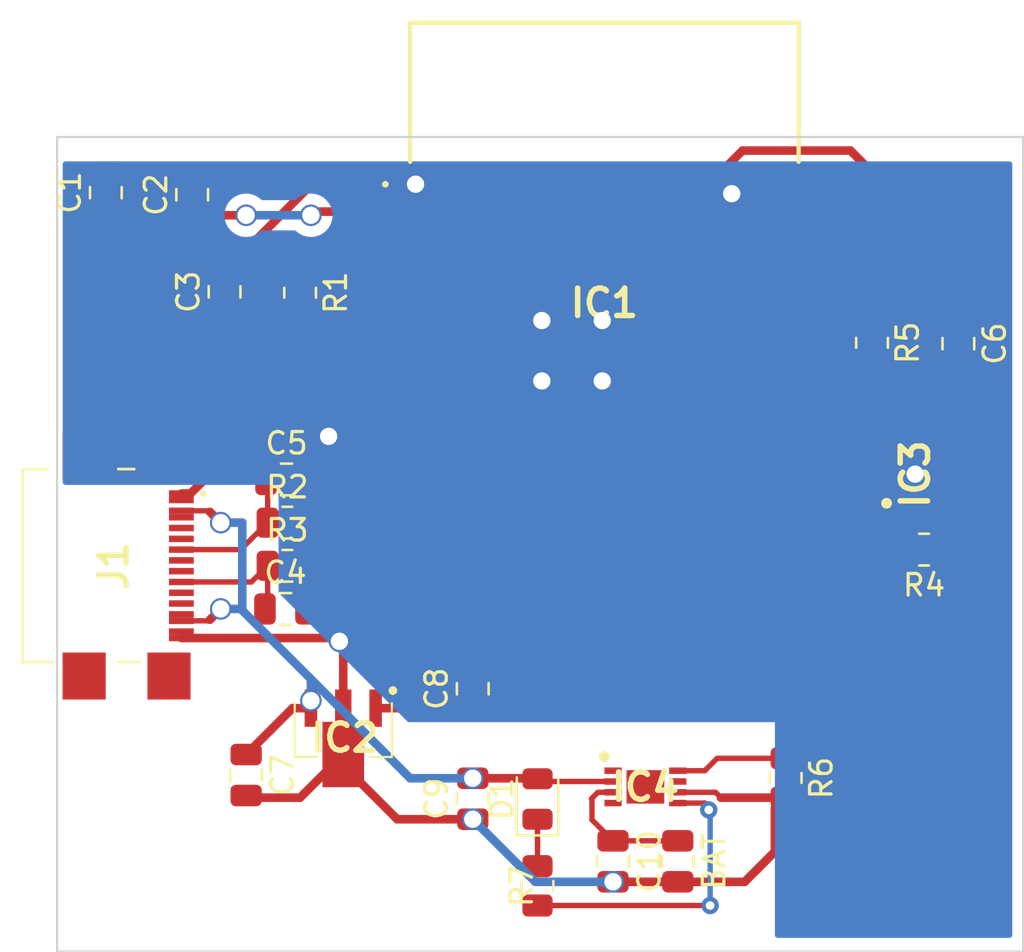
<source format=kicad_pcb>
(kicad_pcb (version 20221018) (generator pcbnew)
  (layers (0 "F.Cu" signal) (31 "B.Cu" signal) (34 "B.Paste" user) (35 "F.Paste" user) (36 "B.SilkS" user "B.Silkscreen") (37 "F.SilkS" user "F.Silkscreen") (38 "B.Mask" user) (39 "F.Mask" user) (44 "Edge.Cuts" user))
  (net 0 "")
  (net 1 "+3.3V")
  (net 2 "GND")
  (net 3 "EN")
  (net 4 "Net-(C4-Pad1)")
  (net 5 "Net-(C5-Pad1)")
  (net 6 "+5V")
  (net 7 "Net-(IC4-VBAT_1)")
  (net 8 "Net-(D1-K)")
  (net 18 "Net-(IC1-IO19)")
  (net 19 "Net-(IC1-IO20)")
  (net 34 "I2C{slash}SCL")
  (net 35 "I2C{slash}SDA")
  (net 48 "Net-(IC4-STAT)")
  (net 50 "Net-(IC4-PROG)")
  (footprint "Capacitor_SMD:C_0805_2012Metric" (layer "F.Cu") (at 19 15.55 90)
    (fp_text reference "C2" (at 0 -1.68 90) (layer "F.SilkS"))
    (fp_text value "0.1uF")
    (fp_line (start -0.261252 -0.735) (end 0.261252 -0.735) (stroke (width 0.12)) (layer "F.SilkS"))
    (fp_line (start -0.261252 0.735) (end 0.261252 0.735) (stroke (width 0.12)) (layer "F.SilkS"))
    (pad "1" smd roundrect (at -0.95 0 90) (size 1 1.45) (layers "F.Cu" "F.Paste" "F.Mask") (net 1 "+3.3V"))
    (pad "2" smd roundrect (at 0.95 0 90) (size 1 1.45) (layers "F.Cu" "F.Paste" "F.Mask") (net 2 "GND"))
  )
  (footprint "Resistor_SMD:R_0805_2012Metric" (layer "F.Cu") (at 35 47.5875 90)
    (fp_text reference "R7" (at 0 -0.735 90) (layer "F.SilkS"))
    (fp_text value "470")
    (fp_line (start -0.227064 -0.735) (end 0.227064 -0.735) (stroke (width 0.12)) (layer "F.SilkS"))
    (fp_line (start -0.227064 0.735) (end 0.227064 0.735) (stroke (width 0.12)) (layer "F.SilkS"))
    (pad "1" smd roundrect (at -0.9125 0 90) (size 1.025 1.4) (layers "F.Cu" "F.Paste" "F.Mask") (roundrect_rratio 0.243902) (net 48 "Net-(IC4-STAT)"))
    (pad "2" smd roundrect (at 0.9125 0 90) (size 1.025 1.4) (layers "F.Cu" "F.Paste" "F.Mask") (roundrect_rratio 0.243902) (net 8 "Net-(D1-K)"))
  )
  (footprint "Resistor_SMD:R_0805_2012Metric" (layer "F.Cu") (at 46.5 42.5875 -90)
    (fp_text reference "R6" (at 0 -1.65 90) (layer "F.SilkS"))
    (fp_text value "4k")
    (fp_line (start -0.227064 -0.735) (end 0.227064 -0.735) (stroke (width 0.12)) (layer "F.SilkS"))
    (fp_line (start -0.227064 0.735) (end 0.227064 0.735) (stroke (width 0.12)) (layer "F.SilkS"))
    (pad "1" smd roundrect (at -0.9125 0 270) (size 1.025 1.4) (layers "F.Cu" "F.Paste" "F.Mask") (roundrect_rratio 0.243902) (net 50 "Net-(IC4-PROG)"))
    (pad "2" smd roundrect (at 0.9125 0 270) (size 1.025 1.4) (layers "F.Cu" "F.Paste" "F.Mask") (roundrect_rratio 0.243902) (net 2 "GND"))
  )
  (footprint "Capacitor_SMD:C_0805_2012Metric" (layer "F.Cu") (at 32 38.45 90)
    (fp_text reference "C8" (at 0 -1.68 90) (layer "F.SilkS"))
    (fp_text value "1uF")
    (fp_line (start -0.261252 -0.735) (end 0.261252 -0.735) (stroke (width 0.12)) (layer "F.SilkS"))
    (fp_line (start -0.261252 0.735) (end 0.261252 0.735) (stroke (width 0.12)) (layer "F.SilkS"))
    (pad "1" smd roundrect (at -0.95 0 90) (size 1 1.45) (layers "F.Cu" "F.Paste" "F.Mask") (net 1 "+3.3V"))
    (pad "2" smd roundrect (at 0.95 0 90) (size 1 1.45) (layers "F.Cu" "F.Paste" "F.Mask") (net 2 "GND"))
  )
  (footprint "Resistor_SMD:R_0805_2012Metric" (layer "F.Cu") (at 52.9125 32 180)
    (fp_text reference "R4" (at 0 -1.65) (layer "F.SilkS"))
    (fp_text value "5k")
    (fp_line (start -0.227064 -0.735) (end 0.227064 -0.735) (stroke (width 0.12)) (layer "F.SilkS"))
    (fp_line (start -0.227064 0.735) (end 0.227064 0.735) (stroke (width 0.12)) (layer "F.SilkS"))
    (pad "1" smd roundrect (at -0.9125 0 180) (size 1.025 1.4) (layers "F.Cu" "F.Paste" "F.Mask") (roundrect_rratio 0.243902) (net 1 "+3.3V"))
    (pad "2" smd roundrect (at 0.9125 0 180) (size 1.025 1.4) (layers "F.Cu" "F.Paste" "F.Mask") (roundrect_rratio 0.243902) (net 34 "I2C{slash}SCL"))
  )
  (footprint "Capacitor_SMD:C_0805_2012Metric" (layer "F.Cu") (at 38.5 46.45 -90)
    (fp_text reference "C10" (at 0 -1.68 90) (layer "F.SilkS"))
    (fp_text value "4.7uF")
    (fp_line (start -0.261252 -0.735) (end 0.261252 -0.735) (stroke (width 0.12)) (layer "F.SilkS"))
    (fp_line (start -0.261252 0.735) (end 0.261252 0.735) (stroke (width 0.12)) (layer "F.SilkS"))
    (pad "1" smd roundrect (at -0.95 0 270) (size 1 1.45) (layers "F.Cu" "F.Paste" "F.Mask") (net 7 "Net-(IC4-VBAT_1)"))
    (pad "2" smd roundrect (at 0.95 0 270) (size 1 1.45) (layers "F.Cu" "F.Paste" "F.Mask") (net 2 "GND"))
  )
  (footprint "LED_SMD:LED_0805_2012Metric" (layer "F.Cu") (at 35 43.5625 90)
    (fp_text reference "D1" (at 0 -1.65 90) (layer "F.SilkS"))
    (fp_text value "LED")
    (fp_line (start -1.685 -0.96) (end -1.685 0.96) (stroke (width 0.12)) (layer "F.SilkS"))
    (fp_line (start -1.685 0.96) (end 1 0.96) (stroke (width 0.12)) (layer "F.SilkS"))
    (fp_line (start 1 -0.96) (end -1.685 -0.96) (stroke (width 0.12)) (layer "F.SilkS"))
    (pad "1" smd roundrect (at -0.9375 0 90) (size 0.975 1.4) (layers "F.Cu" "F.Paste" "F.Mask") (net 8 "Net-(D1-K)"))
    (pad "2" smd roundrect (at 0.9375 0 90) (size 0.975 1.4) (layers "F.Cu" "F.Paste" "F.Mask") (net 6 "+5V"))
  )
  (footprint "Lib_empreinte:ESP32S3WROOM1N8R8" (layer "F.Cu") (at 38.1 20.32)
    (fp_text reference "IC1" (at 0 0.25) (layer "F.SilkS") (effects (font (size 1.27 1.27) (thickness 0.254))))
    (fp_text value "ESP32-S3-WROOM-1-N8R8" hide)
    (fp_line (start -10.2 -5.26) (end -10.2 -5.26) (stroke (width 0.2)) (layer "F.SilkS"))
    (fp_line (start -10.2 -5.26) (end -10.2 -5.26) (stroke (width 0.2)) (layer "F.SilkS"))
    (fp_line (start -10.1 -5.26) (end -10.1 -5.26) (stroke (width 0.2)) (layer "F.SilkS"))
    (fp_line (start -9 -12.75) (end 9 -12.75) (stroke (width 0.2)) (layer "F.SilkS"))
    (fp_line (start -9 -6.3) (end -9 -12.75) (stroke (width 0.2)) (layer "F.SilkS"))
    (fp_line (start 9 -12.75) (end 9 -6.3) (stroke (width 0.2)) (layer "F.SilkS"))
    (fp_arc (start -10.2 -5.26) (mid -10.15 -5.31) (end -10.1 -5.26) (stroke (width 0.2)) (layer "F.SilkS"))
    (fp_arc (start -10.1 -5.26) (mid -10.15 -5.21) (end -10.2 -5.26) (stroke (width 0.2)) (layer "F.SilkS"))
    (fp_arc (start -10.1 -5.26) (mid -10.15 -5.21) (end -10.2 -5.26) (stroke (width 0.2)) (layer "F.SilkS"))
    (pad "1" smd rect (at -8.75 -5.26 90) (size 0.9 1.5) (layers "F.Cu" "F.Paste" "F.Mask") (net 2 "GND"))
    (pad "2" smd rect (at -8.75 -3.99 90) (size 0.9 1.5) (layers "F.Cu" "F.Paste" "F.Mask") (net 1 "+3.3V"))
    (pad "3" smd rect (at -8.75 -2.72 90) (size 0.9 1.5) (layers "F.Cu" "F.Paste" "F.Mask") (net 3 "EN"))
    (pad "4" smd rect (at -8.75 -1.45 90) (size 0.9 1.5) (layers "F.Cu" "F.Paste" "F.Mask"))
    (pad "5" smd rect (at -8.75 -0.18 90) (size 0.9 1.5) (layers "F.Cu" "F.Paste" "F.Mask"))
    (pad "6" smd rect (at -8.75 1.09 90) (size 0.9 1.5) (layers "F.Cu" "F.Paste" "F.Mask"))
    (pad "7" smd rect (at -8.75 2.36 90) (size 0.9 1.5) (layers "F.Cu" "F.Paste" "F.Mask"))
    (pad "8" smd rect (at -8.75 3.63 90) (size 0.9 1.5) (layers "F.Cu" "F.Paste" "F.Mask"))
    (pad "9" smd rect (at -8.75 4.9 90) (size 0.9 1.5) (layers "F.Cu" "F.Paste" "F.Mask"))
    (pad "10" smd rect (at -8.75 6.17 90) (size 0.9 1.5) (layers "F.Cu" "F.Paste" "F.Mask"))
    (pad "11" smd rect (at -8.75 7.44 90) (size 0.9 1.5) (layers "F.Cu" "F.Paste" "F.Mask"))
    (pad "12" smd rect (at -8.75 8.71 90) (size 0.9 1.5) (layers "F.Cu" "F.Paste" "F.Mask"))
    (pad "13" smd rect (at -8.75 9.98 90) (size 0.9 1.5) (layers "F.Cu" "F.Paste" "F.Mask") (net 18 "Net-(IC1-IO19)"))
    (pad "14" smd rect (at -8.75 11.25 90) (size 0.9 1.5) (layers "F.Cu" "F.Paste" "F.Mask") (net 19 "Net-(IC1-IO20)"))
    (pad "15" smd rect (at -6.985 12.5) (size 0.9 1.5) (layers "F.Cu" "F.Paste" "F.Mask"))
    (pad "16" smd rect (at -5.715 12.5) (size 0.9 1.5) (layers "F.Cu" "F.Paste" "F.Mask"))
    (pad "17" smd rect (at -4.445 12.5) (size 0.9 1.5) (layers "F.Cu" "F.Paste" "F.Mask"))
    (pad "18" smd rect (at -3.175 12.5) (size 0.9 1.5) (layers "F.Cu" "F.Paste" "F.Mask"))
    (pad "19" smd rect (at -1.905 12.5) (size 0.9 1.5) (layers "F.Cu" "F.Paste" "F.Mask"))
    (pad "20" smd rect (at -0.635 12.5) (size 0.9 1.5) (layers "F.Cu" "F.Paste" "F.Mask"))
    (pad "21" smd rect (at 0.635 12.5) (size 0.9 1.5) (layers "F.Cu" "F.Paste" "F.Mask"))
    (pad "22" smd rect (at 1.905 12.5) (size 0.9 1.5) (layers "F.Cu" "F.Paste" "F.Mask"))
    (pad "23" smd rect (at 3.175 12.5) (size 0.9 1.5) (layers "F.Cu" "F.Paste" "F.Mask"))
    (pad "24" smd rect (at 4.445 12.5) (size 0.9 1.5) (layers "F.Cu" "F.Paste" "F.Mask"))
    (pad "25" smd rect (at 5.715 12.5) (size 0.9 1.5) (layers "F.Cu" "F.Paste" "F.Mask"))
    (pad "26" smd rect (at 6.985 12.5) (size 0.9 1.5) (layers "F.Cu" "F.Paste" "F.Mask"))
    (pad "27" smd rect (at 8.75 11.25 90) (size 0.9 1.5) (layers "F.Cu" "F.Paste" "F.Mask"))
    (pad "28" smd rect (at 8.75 9.98 90) (size 0.9 1.5) (layers "F.Cu" "F.Paste" "F.Mask"))
    (pad "29" smd rect (at 8.75 8.71 90) (size 0.9 1.5) (layers "F.Cu" "F.Paste" "F.Mask") (net 34 "I2C{slash}SCL"))
    (pad "30" smd rect (at 8.75 7.44 90) (size 0.9 1.5) (layers "F.Cu" "F.Paste" "F.Mask") (net 35 "I2C{slash}SDA"))
    (pad "31" smd rect (at 8.75 6.17 90) (size 0.9 1.5) (layers "F.Cu" "F.Paste" "F.Mask"))
    (pad "32" smd rect (at 8.75 4.9 90) (size 0.9 1.5) (layers "F.Cu" "F.Paste" "F.Mask"))
    (pad "33" smd rect (at 8.75 3.63 90) (size 0.9 1.5) (layers "F.Cu" "F.Paste" "F.Mask"))
    (pad "34" smd rect (at 8.75 2.36 90) (size 0.9 1.5) (layers "F.Cu" "F.Paste" "F.Mask"))
    (pad "35" smd rect (at 8.75 1.09 90) (size 0.9 1.5) (layers "F.Cu" "F.Paste" "F.Mask"))
    (pad "36" smd rect (at 8.75 -0.18 90) (size 0.9 1.5) (layers "F.Cu" "F.Paste" "F.Mask"))
    (pad "37" smd rect (at 8.75 -1.45 90) (size 0.9 1.5) (layers "F.Cu" "F.Paste" "F.Mask"))
    (pad "38" smd rect (at 8.75 -2.72 90) (size 0.9 1.5) (layers "F.Cu" "F.Paste" "F.Mask"))
    (pad "39" smd rect (at 8.75 -3.99 90) (size 0.9 1.5) (layers "F.Cu" "F.Paste" "F.Mask"))
    (pad "40" smd rect (at 8.75 -5.26 90) (size 0.9 1.5) (layers "F.Cu" "F.Paste" "F.Mask") (net 2 "GND"))
    (pad "41" smd rect (at -1.5 2.46) (size 0.9 0.9) (layers "F.Cu" "F.Paste" "F.Mask") (net 2 "GND"))
    (pad "42" smd rect (at -1.5 1.06) (size 0.9 0.9) (layers "F.Cu" "F.Paste" "F.Mask") (net 2 "GND"))
    (pad "43" smd rect (at -2.9 1.06) (size 0.9 0.9) (layers "F.Cu" "F.Paste" "F.Mask") (net 2 "GND"))
    (pad "44" smd rect (at -2.9 2.46) (size 0.9 0.9) (layers "F.Cu" "F.Paste" "F.Mask") (net 2 "GND"))
    (pad "45" smd rect (at -2.9 3.86) (size 0.9 0.9) (layers "F.Cu" "F.Paste" "F.Mask") (net 2 "GND"))
    (pad "46" smd rect (at -1.5 3.86) (size 0.9 0.9) (layers "F.Cu" "F.Paste" "F.Mask") (net 2 "GND"))
    (pad "47" smd rect (at -0.1 3.86) (size 0.9 0.9) (layers "F.Cu" "F.Paste" "F.Mask") (net 2 "GND"))
    (pad "48" smd rect (at -0.1 2.46) (size 0.9 0.9) (layers "F.Cu" "F.Paste" "F.Mask") (net 2 "GND"))
    (pad "49" smd rect (at -0.1 1.06) (size 0.9 0.9) (layers "F.Cu" "F.Paste" "F.Mask") (net 2 "GND"))
  )
  (footprint "Resistor_SMD:R_0805_2012Metric" (layer "F.Cu") (at 50.5 22.4125 -90)
    (fp_text reference "R5" (at 0 -1.65 90) (layer "F.SilkS"))
    (fp_text value "5k")
    (fp_line (start -0.227064 -0.735) (end 0.227064 -0.735) (stroke (width 0.12)) (layer "F.SilkS"))
    (fp_line (start -0.227064 0.735) (end 0.227064 0.735) (stroke (width 0.12)) (layer "F.SilkS"))
    (pad "1" smd roundrect (at -0.9125 0 270) (size 1.025 1.4) (layers "F.Cu" "F.Paste" "F.Mask") (roundrect_rratio 0.243902) (net 1 "+3.3V"))
    (pad "2" smd roundrect (at 0.9125 0 270) (size 1.025 1.4) (layers "F.Cu" "F.Paste" "F.Mask") (roundrect_rratio 0.243902) (net 35 "I2C{slash}SDA"))
  )
  (footprint "Capacitor_SMD:C_0805_2012Metric" (layer "F.Cu") (at 23.322 34.75)
    (fp_text reference "C4" (at 0 -1.68) (layer "F.SilkS"))
    (fp_text value "1uF")
    (fp_line (start -0.261252 -0.735) (end 0.261252 -0.735) (stroke (width 0.12)) (layer "F.SilkS"))
    (fp_line (start -0.261252 0.735) (end 0.261252 0.735) (stroke (width 0.12)) (layer "F.SilkS"))
    (pad "1" smd roundrect (at -0.95 0) (size 1 1.45) (layers "F.Cu" "F.Paste" "F.Mask") (net 4 "Net-(C4-Pad1)"))
    (pad "2" smd roundrect (at 0.95 0) (size 1 1.45) (layers "F.Cu" "F.Paste" "F.Mask") (net 2 "GND"))
  )
  (footprint "Capacitor_SMD:C_0805_2012Metric" (layer "F.Cu") (at 32 43.55 90)
    (fp_text reference "C9" (at 0 -1.68 90) (layer "F.SilkS"))
    (fp_text value "C")
    (fp_line (start -0.261252 -0.735) (end 0.261252 -0.735) (stroke (width 0.12)) (layer "F.SilkS"))
    (fp_line (start -0.261252 0.735) (end 0.261252 0.735) (stroke (width 0.12)) (layer "F.SilkS"))
    (pad "1" smd roundrect (at -0.95 0 90) (size 1 1.45) (layers "F.Cu" "F.Paste" "F.Mask") (net 2 "GND"))
    (pad "2" smd roundrect (at 0.95 0 90) (size 1 1.45) (layers "F.Cu" "F.Paste" "F.Mask") (net 6 "+5V"))
  )
  (footprint "Capacitor_SMD:C_0805_2012Metric" (layer "F.Cu") (at 54.5 22.45 -90)
    (fp_text reference "C6" (at 0 -1.68 90) (layer "F.SilkS"))
    (fp_text value "0.1uF")
    (fp_line (start -0.261252 -0.735) (end 0.261252 -0.735) (stroke (width 0.12)) (layer "F.SilkS"))
    (fp_line (start -0.261252 0.735) (end 0.261252 0.735) (stroke (width 0.12)) (layer "F.SilkS"))
    (pad "1" smd roundrect (at -0.95 0 270) (size 1 1.45) (layers "F.Cu" "F.Paste" "F.Mask") (net 1 "+3.3V"))
    (pad "2" smd roundrect (at 0.95 0 270) (size 1 1.45) (layers "F.Cu" "F.Paste" "F.Mask") (net 2 "GND"))
  )
  (footprint "Capacitor_SMD:C_0805_2012Metric" (layer "F.Cu") (at 21.5 42.45 -90)
    (fp_text reference "C7" (at 0 -1.68 90) (layer "F.SilkS"))
    (fp_text value "1uF")
    (fp_line (start -0.261252 -0.735) (end 0.261252 -0.735) (stroke (width 0.12)) (layer "F.SilkS"))
    (fp_line (start -0.261252 0.735) (end 0.261252 0.735) (stroke (width 0.12)) (layer "F.SilkS"))
    (pad "1" smd roundrect (at -0.95 0 270) (size 1 1.45) (layers "F.Cu" "F.Paste" "F.Mask") (net 6 "+5V"))
    (pad "2" smd roundrect (at 0.95 0 270) (size 1 1.45) (layers "F.Cu" "F.Paste" "F.Mask") (net 2 "GND"))
  )
  (footprint "Lib_empreinte:SON50P300X200X100-9N-D" (layer "F.Cu") (at 40 43)
    (fp_text reference "IC4" (at 0 0) (layer "F.SilkS") (effects (font (size 1.27 1.27) (thickness 0.254))))
    (fp_text value "MCP73831T-2DCI_MC" hide)
    (fp_circle (center -1.9 -1.4) (end -1.9 -1.275) (stroke (width 0.25)) (fill none) (layer "F.SilkS"))
    (pad "1" smd rect (at -1.5 -0.75 90) (size 0.3 0.8) (layers "F.Cu" "F.Paste" "F.Mask"))
    (pad "2" smd rect (at -1.5 -0.25 90) (size 0.3 0.8) (layers "F.Cu" "F.Paste" "F.Mask") (net 6 "+5V"))
    (pad "3" smd rect (at -1.5 0.25 90) (size 0.3 0.8) (layers "F.Cu" "F.Paste" "F.Mask") (net 7 "Net-(IC4-VBAT_1)"))
    (pad "4" smd rect (at -1.5 0.75 90) (size 0.3 0.8) (layers "F.Cu" "F.Paste" "F.Mask"))
    (pad "5" smd rect (at 1.5 0.75 90) (size 0.3 0.8) (layers "F.Cu" "F.Paste" "F.Mask") (net 48 "Net-(IC4-STAT)"))
    (pad "6" smd rect (at 1.5 0.25 90) (size 0.3 0.8) (layers "F.Cu" "F.Paste" "F.Mask") (net 2 "GND"))
    (pad "7" smd rect (at 1.5 -0.25 90) (size 0.3 0.8) (layers "F.Cu" "F.Paste" "F.Mask"))
    (pad "8" smd rect (at 1.5 -0.75 90) (size 0.3 0.8) (layers "F.Cu" "F.Paste" "F.Mask") (net 50 "Net-(IC4-PROG)"))
    (pad "9" smd rect (at 0 0 90) (size 1.55 1.75) (layers "F.Cu" "F.Paste" "F.Mask"))
  )
  (footprint "Resistor_SMD:R_0805_2012Metric" (layer "F.Cu") (at 24 20.0875 -90)
    (fp_text reference "R1" (at 0 -1.65 90) (layer "F.SilkS"))
    (fp_text value "10k")
    (fp_line (start -0.227064 -0.735) (end 0.227064 -0.735) (stroke (width 0.12)) (layer "F.SilkS"))
    (fp_line (start -0.227064 0.735) (end 0.227064 0.735) (stroke (width 0.12)) (layer "F.SilkS"))
    (pad "1" smd roundrect (at -0.9125 0 270) (size 1.025 1.4) (layers "F.Cu" "F.Paste" "F.Mask") (roundrect_rratio 0.243902) (net 1 "+3.3V"))
    (pad "2" smd roundrect (at 0.9125 0 270) (size 1.025 1.4) (layers "F.Cu" "F.Paste" "F.Mask") (roundrect_rratio 0.243902) (net 3 "EN"))
  )
  (footprint "Lib_empreinte:AP736539YG13" (layer "F.Cu") (at 26 39.235 180)
    (fp_text reference "IC2" (at -0.075 -1.49) (layer "F.SilkS") (effects (font (size 1.27 1.27) (thickness 0.254))))
    (fp_text value "AP7365-39YG-13" hide)
    (fp_line (start -2.3 0.6) (end -2.3 0.6) (stroke (width 0.2)) (layer "F.SilkS"))
    (fp_line (start -2.3 0.8) (end -2.3 0.8) (stroke (width 0.2)) (layer "F.SilkS"))
    (fp_line (start -2.25 -2.38) (end -2.25 0.12) (stroke (width 0.1)) (layer "F.SilkS"))
    (fp_line (start -1.2 -2.38) (end -2.25 -2.38) (stroke (width 0.1)) (layer "F.SilkS"))
    (fp_line (start 1.2 -2.38) (end 2.25 -2.38) (stroke (width 0.1)) (layer "F.SilkS"))
    (fp_line (start 2.25 -2.38) (end 2.25 0.12) (stroke (width 0.1)) (layer "F.SilkS"))
    (fp_arc (start -2.3 0.6) (mid -2.2 0.7) (end -2.3 0.8) (stroke (width 0.2)) (layer "F.SilkS"))
    (fp_arc (start -2.3 0.8) (mid -2.4 0.7) (end -2.3 0.6) (stroke (width 0.2)) (layer "F.SilkS"))
    (pad "1" smd rect (at -1.5 -0.115 180) (size 0.58 1.73) (layers "F.Cu" "F.Paste" "F.Mask") (net 1 "+3.3V"))
    (pad "2" smd rect (at 0 0 180) (size 0.76 1.5) (layers "F.Cu" "F.Paste" "F.Mask") (net 2 "GND"))
    (pad "3" smd rect (at 1.5 -0.115 180) (size 0.58 1.73) (layers "F.Cu" "F.Paste" "F.Mask") (net 6 "+5V"))
    (pad "4" smd rect (at 0 -2.265 180) (size 1.933 3.03) (layers "F.Cu" "F.Paste" "F.Mask") (net 2 "GND"))
  )
  (footprint "Lib_empreinte:USB4110GFA" (layer "F.Cu") (at 14.822 32.75 -90)
    (fp_text reference "J1" (at 0 -0.536 90) (layer "F.SilkS") (effects (font (size 1.27 1.27) (thickness 0.254))))
    (fp_text value "USB4110-GF-A" hide)
    (fp_line (start -4.5 -1.5) (end -4.5 -0.75) (stroke (width 0.1)) (layer "F.SilkS"))
    (fp_line (start -4.5 -0.75) (end -4.47 -0.75) (stroke (width 0.1)) (layer "F.SilkS"))
    (fp_line (start -4.47 -1.5) (end -4.5 -1.5) (stroke (width 0.1)) (layer "F.SilkS"))
    (fp_line (start -4.47 -0.75) (end -4.47 -1.5) (stroke (width 0.1)) (layer "F.SilkS"))
    (fp_line (start -4.47 2.5) (end -4.47 2.5) (stroke (width 0.1)) (layer "F.SilkS"))
    (fp_line (start -4.47 2.5) (end -4.47 3.677) (stroke (width 0.1)) (layer "F.SilkS"))
    (fp_line (start -4.47 3.677) (end -4.47 2.5) (stroke (width 0.1)) (layer "F.SilkS"))
    (fp_line (start -4.47 3.677) (end -4.47 3.677) (stroke (width 0.1)) (layer "F.SilkS"))
    (fp_line (start -4.47 3.677) (end -4.47 3.677) (stroke (width 0.1)) (layer "F.SilkS"))
    (fp_line (start -4.47 3.677) (end 4.47 3.677) (stroke (width 0.1)) (layer "F.SilkS"))
    (fp_line (start -3.4 -4.7) (end -3.4 -4.7) (stroke (width 0.2)) (layer "F.SilkS"))
    (fp_line (start -3.4 -4.7) (end -3.4 -4.7) (stroke (width 0.2)) (layer "F.SilkS"))
    (fp_line (start -3.3 -4.7) (end -3.3 -4.7) (stroke (width 0.2)) (layer "F.SilkS"))
    (fp_line (start 4.47 -1.75) (end 4.47 -1.75) (stroke (width 0.1)) (layer "F.SilkS"))
    (fp_line (start 4.47 -1.75) (end 4.47 -0.75) (stroke (width 0.1)) (layer "F.SilkS"))
    (fp_line (start 4.47 -0.75) (end 4.47 -1.75) (stroke (width 0.1)) (layer "F.SilkS"))
    (fp_line (start 4.47 -0.75) (end 4.47 -0.75) (stroke (width 0.1)) (layer "F.SilkS"))
    (fp_line (start 4.47 2.25) (end 4.47 2.25) (stroke (width 0.1)) (layer "F.SilkS"))
    (fp_line (start 4.47 2.25) (end 4.47 3.677) (stroke (width 0.1)) (layer "F.SilkS"))
    (fp_line (start 4.47 3.677) (end -4.47 3.677) (stroke (width 0.1)) (layer "F.SilkS"))
    (fp_line (start 4.47 3.677) (end 4.47 2.25) (stroke (width 0.1)) (layer "F.SilkS"))
    (fp_line (start 4.47 3.677) (end 4.47 3.677) (stroke (width 0.1)) (layer "F.SilkS"))
    (fp_line (start 4.47 3.677) (end 4.47 3.677) (stroke (width 0.1)) (layer "F.SilkS"))
    (fp_arc (start -3.4 -4.7) (mid -3.35 -4.75) (end -3.3 -4.7) (stroke (width 0.2)) (layer "F.SilkS"))
    (fp_arc (start -3.3 -4.7) (mid -3.35 -4.65) (end -3.4 -4.7) (stroke (width 0.2)) (layer "F.SilkS"))
    (fp_arc (start -3.3 -4.7) (mid -3.35 -4.65) (end -3.4 -4.7) (stroke (width 0.2)) (layer "F.SilkS"))
    (pad "" np_thru_hole circle (at -2.89 -2.603 270) (size 0.65 0.65) (drill 0.65) (layers "*.Cu" "*.Mask"))
    (pad "" np_thru_hole circle (at 2.89 -2.603 270) (size 0.65 0.65) (drill 0.65) (layers "*.Cu" "*.Mask"))
    (pad "A1" smd rect (at -3.35 -3.678 270) (size 0.3 1.15) (layers "F.Cu" "F.Paste" "F.Mask") (net 2 "GND"))
    (pad "A4" smd rect (at -2.55 -3.678 270) (size 0.3 1.15) (layers "F.Cu" "F.Paste" "F.Mask") (net 6 "+5V"))
    (pad "A5" smd rect (at -1.25 -3.678 270) (size 0.3 1.15) (layers "F.Cu" "F.Paste" "F.Mask"))
    (pad "A6" smd rect (at -0.25 -3.678 270) (size 0.3 1.15) (layers "F.Cu" "F.Paste" "F.Mask"))
    (pad "A7" smd rect (at 0.25 -3.678 270) (size 0.3 1.15) (layers "F.Cu" "F.Paste" "F.Mask"))
    (pad "A8" smd rect (at 1.25 -3.678 270) (size 0.3 1.15) (layers "F.Cu" "F.Paste" "F.Mask"))
    (pad "A9" smd rect (at 2.55 -3.678 270) (size 0.3 1.15) (layers "F.Cu" "F.Paste" "F.Mask") (net 6 "+5V"))
    (pad "A12" smd rect (at 3.35 -3.678 270) (size 0.3 1.15) (layers "F.Cu" "F.Paste" "F.Mask") (net 2 "GND"))
    (pad "B1" smd rect (at 3.05 -3.678 270) (size 0.3 1.15) (layers "F.Cu" "F.Paste" "F.Mask") (net 2 "GND"))
    (pad "B4" smd rect (at 2.25 -3.678 270) (size 0.3 1.15) (layers "F.Cu" "F.Paste" "F.Mask") (net 6 "+5V"))
    (pad "B5" smd rect (at 1.75 -3.678 270) (size 0.3 1.15) (layers "F.Cu" "F.Paste" "F.Mask"))
    (pad "B6" smd rect (at 0.75 -3.678 270) (size 0.3 1.15) (layers "F.Cu" "F.Paste" "F.Mask") (net 4 "Net-(C4-Pad1)"))
    (pad "B7" smd rect (at -0.75 -3.678 270) (size 0.3 1.15) (layers "F.Cu" "F.Paste" "F.Mask") (net 5 "Net-(C5-Pad1)"))
    (pad "B8" smd rect (at -1.75 -3.678 270) (size 0.3 1.15) (layers "F.Cu" "F.Paste" "F.Mask"))
    (pad "B9" smd rect (at -2.25 -3.678 270) (size 0.3 1.15) (layers "F.Cu" "F.Paste" "F.Mask") (net 6 "+5V"))
    (pad "B12" smd rect (at -3.05 -3.678 270) (size 0.3 1.15) (layers "F.Cu" "F.Paste" "F.Mask") (net 2 "GND"))
    (pad "MP1" smd rect (at -5.11 0.827) (size 2 2.18) (layers "F.Cu" "F.Paste" "F.Mask"))
    (pad "MP2" smd rect (at 5.11 0.827) (size 2 2.18) (layers "F.Cu" "F.Paste" "F.Mask"))
    (pad "MP3" smd rect (at -5.11 -3.103) (size 2 2.18) (layers "F.Cu" "F.Paste" "F.Mask"))
    (pad "MP4" smd rect (at 5.11 -3.103) (size 2 2.18) (layers "F.Cu" "F.Paste" "F.Mask"))
  )
  (footprint "Lib_empreinte:SON65P200X200X80-7N" (layer "F.Cu") (at 52.5 28.5 90)
    (fp_text reference "IC3" (at 0 0 90) (layer "F.SilkS") (effects (font (size 1.27 1.27) (thickness 0.254))))
    (fp_text value "TMP117AIDRVR" hide)
    (fp_circle (center -1.35 -1.325) (end -1.35 -1.2) (stroke (width 0.25)) (fill none) (layer "F.SilkS"))
    (pad "1" smd rect (at -1.05 -0.65 180) (size 0.35 0.6) (layers "F.Cu" "F.Paste" "F.Mask") (net 34 "I2C{slash}SCL"))
    (pad "2" smd rect (at -1.05 0 180) (size 0.35 0.6) (layers "F.Cu" "F.Paste" "F.Mask") (net 2 "GND"))
    (pad "3" smd rect (at -1.05 0.65 180) (size 0.35 0.6) (layers "F.Cu" "F.Paste" "F.Mask"))
    (pad "4" smd rect (at 1.05 0.65 180) (size 0.35 0.6) (layers "F.Cu" "F.Paste" "F.Mask") (net 2 "GND"))
    (pad "5" smd rect (at 1.05 0 180) (size 0.35 0.6) (layers "F.Cu" "F.Paste" "F.Mask") (net 1 "+3.3V"))
    (pad "6" smd rect (at 1.05 -0.65 180) (size 0.35 0.6) (layers "F.Cu" "F.Paste" "F.Mask") (net 35 "I2C{slash}SDA"))
    (pad "7" smd rect (at 0 0 90) (size 1.1 1.7) (layers "F.Cu" "F.Paste" "F.Mask") (net 2 "GND"))
  )
  (footprint "Capacitor_SMD:C_0805_2012Metric" (layer "F.Cu") (at 23.372 28.75)
    (fp_text reference "C5" (at 0 -1.68) (layer "F.SilkS"))
    (fp_text value "1uF")
    (fp_line (start -0.261252 -0.735) (end 0.261252 -0.735) (stroke (width 0.12)) (layer "F.SilkS"))
    (fp_line (start -0.261252 0.735) (end 0.261252 0.735) (stroke (width 0.12)) (layer "F.SilkS"))
    (pad "1" smd roundrect (at -0.95 0) (size 1 1.45) (layers "F.Cu" "F.Paste" "F.Mask") (net 5 "Net-(C5-Pad1)"))
    (pad "2" smd roundrect (at 0.95 0) (size 1 1.45) (layers "F.Cu" "F.Paste" "F.Mask") (net 2 "GND"))
  )
  (footprint "Capacitor_SMD:C_0805_2012Metric" (layer "F.Cu") (at 15 15.45 90)
    (fp_text reference "C1" (at 0 -1.68 90) (layer "F.SilkS"))
    (fp_text value "22uF")
    (fp_line (start -0.261252 -0.735) (end 0.261252 -0.735) (stroke (width 0.12)) (layer "F.SilkS"))
    (fp_line (start -0.261252 0.735) (end 0.261252 0.735) (stroke (width 0.12)) (layer "F.SilkS"))
    (pad "1" smd roundrect (at -0.95 0 90) (size 1 1.45) (layers "F.Cu" "F.Paste" "F.Mask") (net 1 "+3.3V"))
    (pad "2" smd roundrect (at 0.95 0 90) (size 1 1.45) (layers "F.Cu" "F.Paste" "F.Mask") (net 2 "GND"))
  )
  (footprint "Resistor_SMD:R_0805_2012Metric" (layer "F.Cu") (at 23.4095 30.75)
    (fp_text reference "R2" (at 0 -1.65) (layer "F.SilkS"))
    (fp_text value "R")
    (fp_line (start -0.227064 -0.735) (end 0.227064 -0.735) (stroke (width 0.12)) (layer "F.SilkS"))
    (fp_line (start -0.227064 0.735) (end 0.227064 0.735) (stroke (width 0.12)) (layer "F.SilkS"))
    (pad "1" smd roundrect (at -0.9125 0) (size 1.025 1.4) (layers "F.Cu" "F.Paste" "F.Mask") (roundrect_rratio 0.243902) (net 5 "Net-(C5-Pad1)"))
    (pad "2" smd roundrect (at 0.9125 0) (size 1.025 1.4) (layers "F.Cu" "F.Paste" "F.Mask") (roundrect_rratio 0.243902) (net 18 "Net-(IC1-IO19)"))
  )
  (footprint "Capacitor_SMD:C_0805_2012Metric" (layer "F.Cu") (at 20.5 20.05 90)
    (fp_text reference "C3" (at 0 -1.68 90) (layer "F.SilkS"))
    (fp_text value "1uF")
    (fp_line (start -0.261252 -0.735) (end 0.261252 -0.735) (stroke (width 0.12)) (layer "F.SilkS"))
    (fp_line (start -0.261252 0.735) (end 0.261252 0.735) (stroke (width 0.12)) (layer "F.SilkS"))
    (pad "1" smd roundrect (at -0.95 0 90) (size 1 1.45) (layers "F.Cu" "F.Paste" "F.Mask") (net 3 "EN"))
    (pad "2" smd roundrect (at 0.95 0 90) (size 1 1.45) (layers "F.Cu" "F.Paste" "F.Mask") (net 2 "GND"))
  )
  (footprint "Resistor_SMD:R_0805_2012Metric" (layer "F.Cu") (at 23.4095 32.75)
    (fp_text reference "R3" (at 0 -1.65) (layer "F.SilkS"))
    (fp_text value "R")
    (fp_line (start -0.227064 -0.735) (end 0.227064 -0.735) (stroke (width 0.12)) (layer "F.SilkS"))
    (fp_line (start -0.227064 0.735) (end 0.227064 0.735) (stroke (width 0.12)) (layer "F.SilkS"))
    (pad "1" smd roundrect (at -0.9125 0) (size 1.025 1.4) (layers "F.Cu" "F.Paste" "F.Mask") (roundrect_rratio 0.243902) (net 4 "Net-(C4-Pad1)"))
    (pad "2" smd roundrect (at 0.9125 0) (size 1.025 1.4) (layers "F.Cu" "F.Paste" "F.Mask") (roundrect_rratio 0.243902) (net 19 "Net-(IC1-IO20)"))
  )
  (footprint "Capacitor_SMD:C_0805_2012Metric" (layer "F.Cu") (at 41.5 46.45 -90)
    (fp_text reference "BAT" (at 0 -1.68 90) (layer "F.SilkS"))
    (fp_text value "C")
    (fp_line (start -0.261252 -0.735) (end 0.261252 -0.735) (stroke (width 0.12)) (layer "F.SilkS"))
    (fp_line (start -0.261252 0.735) (end 0.261252 0.735) (stroke (width 0.12)) (layer "F.SilkS"))
    (pad "1" smd roundrect (at -0.95 0 270) (size 1 1.45) (layers "F.Cu" "F.Paste" "F.Mask") (net 7 "Net-(IC4-VBAT_1)"))
    (pad "2" smd roundrect (at 0.95 0 270) (size 1 1.45) (layers "F.Cu" "F.Paste" "F.Mask") (net 2 "GND"))
  )
  (gr_rect (start 12.74 12.87) (end 57.5 50.63) (stroke (width 0.1)) (fill none) (layer "Edge.Cuts"))
  (segment (start 19 16.5) (end 15.1 16.5) (width 0.4) (layer "F.Cu") (net 1))
  (segment (start 26.845 16.33) (end 24 19.175) (width 0.4) (layer "F.Cu") (net 1))
  (segment (start 21.5 16.5) (end 19 16.5) (width 0.4) (layer "F.Cu") (net 1))
  (segment (start 53.825 35.675) (end 53.825 32) (width 0.4) (layer "F.Cu") (net 1))
  (segment (start 44.5 13.5) (end 41.67 16.33) (width 0.4) (layer "F.Cu") (net 1))
  (segment (start 54.5 30.5) (end 54.5 25.5) (width 0.4) (layer "F.Cu") (net 1))
  (segment (start 56 24) (end 56 23) (width 0.4) (layer "F.Cu") (net 1))
  (segment (start 52.5 21.5) (end 52.5 26.9) (width 0.4) (layer "F.Cu") (net 1))
  (segment (start 49.5 13.5) (end 44.5 13.5) (width 0.4) (layer "F.Cu") (net 1))
  (segment (start 52.5 26.9) (end 52.5 27.45) (width 0.25) (layer "F.Cu") (net 1))
  (segment (start 50.5 21.5) (end 50.5 14.5) (width 0.4) (layer "F.Cu") (net 1))
  (segment (start 54.5 25.5) (end 56 24) (width 0.4) (layer "F.Cu") (net 1))
  (segment (start 50.15 39.35) (end 27.5 39.35) (width 0.4) (layer "F.Cu") (net 1))
  (segment (start 29.35 16.33) (end 26.845 16.33) (width 0.4) (layer "F.Cu") (net 1))
  (segment (start 50.5 21.5) (end 52.5 21.5) (width 0.4) (layer "F.Cu") (net 1))
  (segment (start 52.5 21.5) (end 54.5 21.5) (width 0.4) (layer "F.Cu") (net 1))
  (segment (start 50.15 39.35) (end 53.825 35.675) (width 0.4) (layer "F.Cu") (net 1))
  (segment (start 50.5 14.5) (end 49.5 13.5) (width 0.4) (layer "F.Cu") (net 1))
  (segment (start 41.67 16.33) (end 29.35 16.33) (width 0.4) (layer "F.Cu") (net 1))
  (segment (start 15.1 16.5) (end 15 16.4) (width 0.4) (layer "F.Cu") (net 1))
  (segment (start 53.825 31.175) (end 54.5 30.5) (width 0.4) (layer "F.Cu") (net 1))
  (segment (start 24.67 16.33) (end 24.5 16.5) (width 0.4) (layer "F.Cu") (net 1))
  (segment (start 26.845 16.33) (end 24.67 16.33) (width 0.4) (layer "F.Cu") (net 1))
  (segment (start 53.825 32) (end 53.825 31.175) (width 0.4) (layer "F.Cu") (net 1))
  (segment (start 56 23) (end 54.5 21.5) (width 0.4) (layer "F.Cu") (net 1))
  (via (at 24.5 16.5) (size 1) (drill 0.8) (layers "F.Cu" "B.Cu") (net 1))
  (via (at 21.5 16.5) (size 1) (drill 0.8) (layers "F.Cu" "B.Cu") (net 1))
  (segment (start 24.5 16.5) (end 21.5 16.5) (width 0.4) (layer "B.Cu") (net 1))
  (segment (start 26 39.235) (end 26 36.428) (width 0.4) (layer "F.Cu") (net 2))
  (segment (start 26 42) (end 28.5 44.5) (width 0.4) (layer "F.Cu") (net 2))
  (segment (start 35.2 24.18) (end 38 24.18) (width 0.4) (layer "F.Cu") (net 2))
  (segment (start 24.322 28.75) (end 24.322 27.75) (width 0.4) (layer "F.Cu") (net 2))
  (segment (start 15 14.5) (end 18.9 14.5) (width 0.4) (layer "F.Cu") (net 2))
  (segment (start 21.6 43.5) (end 21.5 43.4) (width 0.4) (layer "F.Cu") (net 2))
  (segment (start 43.5 43.5) (end 43.25 43.25) (width 0.25) (layer "F.Cu") (net 2))
  (segment (start 27.072 37.5) (end 25.822 36.25) (width 0.4) (layer "F.Cu") (net 2))
  (segment (start 36.6 21.38) (end 36.6 24.18) (width 0.4) (layer "F.Cu") (net 2))
  (segment (start 52.5 29.55) (end 52.5 28.5) (width 0.4) (layer "F.Cu") (net 2))
  (segment (start 32 37.5) (end 27.072 37.5) (width 0.4) (layer "F.Cu") (net 2))
  (segment (start 26 41.5) (end 26 42) (width 0.4) (layer "F.Cu") (net 2))
  (segment (start 38 21.38) (end 38 24.18) (width 0.4) (layer "F.Cu") (net 2))
  (segment (start 24.54 15.06) (end 19.46 15.06) (width 0.4) (layer "F.Cu") (net 2))
  (segment (start 26 41.5) (end 24 43.5) (width 0.4) (layer "F.Cu") (net 2))
  (segment (start 46.5 43.5) (end 43.5 43.5) (width 0.4) (layer "F.Cu") (net 2))
  (segment (start 38 22.78) (end 35.2 22.78) (width 0.4) (layer "F.Cu") (net 2))
  (segment (start 53.15 24.75) (end 53.15 27.45) (width 0.4) (layer "F.Cu") (net 2))
  (segment (start 24.322 27.75) (end 25.322 26.75) (width 0.4) (layer "F.Cu") (net 2))
  (segment (start 18.9 14.5) (end 19 14.6) (width 0.4) (layer "F.Cu") (net 2))
  (segment (start 18.925 29.4) (end 21.575 26.75) (width 0.4) (layer "F.Cu") (net 2))
  (segment (start 28.5 44.5) (end 32 44.5) (width 0.4) (layer "F.Cu") (net 2))
  (segment (start 19.46 15.06) (end 19 14.6) (width 0.4) (layer "F.Cu") (net 2))
  (segment (start 54.5 23.4) (end 53.15 24.75) (width 0.4) (layer "F.Cu") (net 2))
  (segment (start 44.44 15.06) (end 44 15.5) (width 0.4) (layer "F.Cu") (net 2))
  (segment (start 43.25 43.25) (end 41.5 43.25) (width 0.25) (layer "F.Cu") (net 2))
  (segment (start 44.6 47.4) (end 46 46) (width 0.4) (layer "F.Cu") (net 2))
  (segment (start 35.2 21.38) (end 38 21.38) (width 0.4) (layer "F.Cu") (net 2))
  (segment (start 25.672 36.1) (end 25.822 36.25) (width 0.4) (layer "F.Cu") (net 2))
  (segment (start 53.15 27.45) (end 53.15 27.85) (width 0.4) (layer "F.Cu") (net 2))
  (segment (start 24.272 34.75) (end 24.322 34.75) (width 0.4) (layer "F.Cu") (net 2))
  (segment (start 24.322 34.75) (end 25.822 36.25) (width 0.4) (layer "F.Cu") (net 2))
  (segment (start 35.2 21.38) (end 35.2 24.18) (width 0.4) (layer "F.Cu") (net 2))
  (segment (start 46.85 15.06) (end 44.44 15.06) (width 0.4) (layer "F.Cu") (net 2))
  (segment (start 26 36.428) (end 25.822 36.25) (width 0.4) (layer "F.Cu") (net 2))
  (segment (start 41.5 47.4) (end 44.6 47.4) (width 0.4) (layer "F.Cu") (net 2))
  (segment (start 18.5 36.1) (end 25.672 36.1) (width 0.4) (layer "F.Cu") (net 2))
  (segment (start 46 44) (end 46.5 43.5) (width 0.4) (layer "F.Cu") (net 2))
  (segment (start 53.15 27.85) (end 52.5 28.5) (width 0.4) (layer "F.Cu") (net 2))
  (segment (start 21.575 26.75) (end 25.322 26.75) (width 0.4) (layer "F.Cu") (net 2))
  (segment (start 46 46) (end 46 44) (width 0.4) (layer "F.Cu") (net 2))
  (segment (start 29.35 15.06) (end 24.54 15.06) (width 0.4) (layer "F.Cu") (net 2))
  (segment (start 24.54 15.06) (end 20.5 19.1) (width 0.4) (layer "F.Cu") (net 2))
  (segment (start 18.5 29.4) (end 18.925 29.4) (width 0.4) (layer "F.Cu") (net 2))
  (segment (start 38.5 47.4) (end 41.5 47.4) (width 0.4) (layer "F.Cu") (net 2))
  (segment (start 24 43.5) (end 21.6 43.5) (width 0.4) (layer "F.Cu") (net 2))
  (via (at 25.822 36.25) (size 1) (drill 0.8) (layers "F.Cu" "B.Cu") (net 2))
  (via (at 52.5 28.5) (size 1) (drill 0.8) (layers "F.Cu" "B.Cu") (net 2))
  (via (at 38 24.18) (size 1) (drill 0.8) (layers "F.Cu" "B.Cu") (net 2))
  (via (at 44 15.5) (size 1) (drill 0.8) (layers "F.Cu" "B.Cu") (net 2))
  (via (at 32 44.5) (size 1) (drill 0.8) (layers "F.Cu" "B.Cu") (net 2))
  (via (at 38.5 47.4) (size 1) (drill 0.8) (layers "F.Cu" "B.Cu") (net 2))
  (via (at 35.2 24.18) (size 1) (drill 0.8) (layers "F.Cu" "B.Cu") (net 2))
  (via (at 29.35 15.06) (size 1) (drill 0.8) (layers "F.Cu" "B.Cu") (net 2))
  (via (at 38 21.38) (size 1) (drill 0.8) (layers "F.Cu" "B.Cu") (net 2))
  (via (at 35.2 21.38) (size 1) (drill 0.8) (layers "F.Cu" "B.Cu") (net 2))
  (via (at 25.322 26.75) (size 1) (drill 0.8) (layers "F.Cu" "B.Cu") (net 2))
  (segment (start 43.88 15.5) (end 44 15.5) (width 0.4) (layer "B.Cu") (net 2))
  (segment (start 32.63 26.75) (end 35.2 24.18) (width 0.4) (layer "B.Cu") (net 2))
  (segment (start 35.2 19.7) (end 35.2 21.38) (width 0.4) (layer "B.Cu") (net 2))
  (segment (start 38 21.38) (end 43.88 15.5) (width 0.4) (layer "B.Cu") (net 2))
  (segment (start 38.5 47.4) (end 34.9 47.4) (width 0.4) (layer "B.Cu") (net 2))
  (segment (start 25.322 26.75) (end 32.63 26.75) (width 0.4) (layer "B.Cu") (net 2))
  (segment (start 52.5 28.5) (end 42.32 28.5) (width 0.4) (layer "B.Cu") (net 2))
  (segment (start 29.35 15.06) (end 30.56 15.06) (width 0.4) (layer "B.Cu") (net 2))
  (segment (start 42.32 28.5) (end 38 24.18) (width 0.4) (layer "B.Cu") (net 2))
  (segment (start 25.822 36.25) (end 30.25 36.25) (width 0.4) (layer "B.Cu") (net 2))
  (segment (start 30.56 15.06) (end 35.2 19.7) (width 0.4) (layer "B.Cu") (net 2))
  (segment (start 34.9 47.4) (end 32 44.5) (width 0.4) (layer "B.Cu") (net 2))
  (segment (start 35.2 31.3) (end 35.2 24.18) (width 0.4) (layer "B.Cu") (net 2))
  (segment (start 30.25 36.25) (end 35.2 31.3) (width 0.4) (layer "B.Cu") (net 2))
  (segment (start 24.95 21) (end 24 21) (width 0.25) (layer "F.Cu") (net 3))
  (segment (start 29.35 17.6) (end 28.35 17.6) (width 0.25) (layer "F.Cu") (net 3))
  (segment (start 28.35 17.6) (end 24.95 21) (width 0.25) (layer "F.Cu") (net 3))
  (segment (start 24 21) (end 20.5 21) (width 0.25) (layer "F.Cu") (net 3))
  (segment (start 24.1 21.1) (end 24 21) (width 0.25) (layer "F.Cu") (net 3))
  (segment (start 18.5 33.5) (end 21.747 33.5) (width 0.25) (layer "F.Cu") (net 4))
  (segment (start 22.497 34.625) (end 22.497 32.75) (width 0.25) (layer "F.Cu") (net 4))
  (segment (start 21.747 33.5) (end 22.497 32.75) (width 0.25) (layer "F.Cu") (net 4))
  (segment (start 22.372 34.75) (end 22.497 34.625) (width 0.25) (layer "F.Cu") (net 4))
  (segment (start 22.497 28.825) (end 22.422 28.75) (width 0.25) (layer "F.Cu") (net 5))
  (segment (start 21.247 32) (end 18.5 32) (width 0.25) (layer "F.Cu") (net 5))
  (segment (start 22.497 30.75) (end 22.497 28.825) (width 0.25) (layer "F.Cu") (net 5))
  (segment (start 22.497 30.75) (end 21.247 32) (width 0.25) (layer "F.Cu") (net 5))
  (segment (start 18.5 35.3) (end 19.772 35.3) (width 0.25) (layer "F.Cu") (net 6))
  (segment (start 24.5 39.35) (end 23.65 39.35) (width 0.4) (layer "F.Cu") (net 6))
  (segment (start 38.5 42.75) (end 35.125 42.75) (width 0.25) (layer "F.Cu") (net 6))
  (segment (start 32 42.6) (end 34.975 42.6) (width 0.4) (layer "F.Cu") (net 6))
  (segment (start 18.5 30.2) (end 19.772 30.2) (width 0.25) (layer "F.Cu") (net 6))
  (segment (start 19.822 30.25) (end 20.322 30.75) (width 0.4) (layer "F.Cu") (net 6))
  (segment (start 19.772 30.2) (end 19.822 30.25) (width 0.25) (layer "F.Cu") (net 6))
  (segment (start 34.975 42.6) (end 35 42.625) (width 0.4) (layer "F.Cu") (net 6))
  (segment (start 35.125 42.75) (end 35 42.625) (width 0.25) (layer "F.Cu") (net 6))
  (segment (start 23.65 39.35) (end 21.5 41.5) (width 0.4) (layer "F.Cu") (net 6))
  (segment (start 19.772 35.3) (end 19.822 35.25) (width 0.25) (layer "F.Cu") (net 6))
  (segment (start 19.822 35.25) (end 20.322 34.75) (width 0.4) (layer "F.Cu") (net 6))
  (via (at 20.322 30.75) (size 1) (drill 0.8) (layers "F.Cu" "B.Cu") (net 6))
  (via (at 32 42.6) (size 1) (drill 0.8) (layers "F.Cu" "B.Cu") (net 6))
  (via (at 20.322 34.75) (size 1) (drill 0.8) (layers "F.Cu" "B.Cu") (net 6))
  (via (at 24.5 39) (size 1) (drill 0.8) (layers "F.Cu" "B.Cu") (net 6))
  (segment (start 21.322 30.75) (end 21.322 34.75) (width 0.4) (layer "B.Cu") (net 6))
  (segment (start 20.322 34.75) (end 21.322 34.75) (width 0.4) (layer "B.Cu") (net 6))
  (segment (start 20.322 30.75) (end 21.322 30.75) (width 0.4) (layer "B.Cu") (net 6))
  (segment (start 21.322 34.75) (end 21.322 34.822) (width 0.4) (layer "B.Cu") (net 6))
  (segment (start 21.322 34.822) (end 24.5 38) (width 0.4) (layer "B.Cu") (net 6))
  (segment (start 24.5 38) (end 29.1 42.6) (width 0.4) (layer "B.Cu") (net 6))
  (segment (start 29.1 42.6) (end 32 42.6) (width 0.4) (layer "B.Cu") (net 6))
  (segment (start 24.5 38) (end 24.5 39) (width 0.4) (layer "B.Cu") (net 6))
  (segment (start 37.525 43.525) (end 37.5 43.55) (width 0.25) (layer "F.Cu") (net 7))
  (segment (start 38.5 43.25) (end 37.8 43.25) (width 0.25) (layer "F.Cu") (net 7))
  (segment (start 38.5 45.5) (end 41.5 45.5) (width 0.25) (layer "F.Cu") (net 7))
  (segment (start 37.525 44.525) (end 38.5 45.5) (width 0.25) (layer "F.Cu") (net 7))
  (segment (start 37.525 43.525) (end 37.525 44.525) (width 0.25) (layer "F.Cu") (net 7))
  (segment (start 37.8 43.25) (end 37.525 43.525) (width 0.25) (layer "F.Cu") (net 7))
  (segment (start 35 44.5) (end 35 46.675) (width 0.25) (layer "F.Cu") (net 8))
  (segment (start 24.772 30.3) (end 29.35 30.3) (width 0.25) (layer "F.Cu") (net 18))
  (segment (start 24.322 30.75) (end 24.772 30.3) (width 0.25) (layer "F.Cu") (net 18))
  (segment (start 29.35 31.57) (end 25.502 31.57) (width 0.25) (layer "F.Cu") (net 19))
  (segment (start 25.502 31.57) (end 24.322 32.75) (width 0.25) (layer "F.Cu") (net 19))
  (segment (start 51.85 29.55) (end 51.425 29.55) (width 0.25) (layer "F.Cu") (net 34))
  (segment (start 51.85 31.85) (end 51.85 29.55) (width 0.25) (layer "F.Cu") (net 34))
  (segment (start 51.425 29.55) (end 50.905 29.03) (width 0.25) (layer "F.Cu") (net 34))
  (segment (start 52 32) (end 51.85 31.85) (width 0.25) (layer "F.Cu") (net 34))
  (segment (start 50.905 29.03) (end 46.85 29.03) (width 0.25) (layer "F.Cu") (net 34))
  (segment (start 51.5 27.45) (end 47.16 27.45) (width 0.25) (layer "F.Cu") (net 35))
  (segment (start 47.16 27.45) (end 46.85 27.76) (width 0.25) (layer "F.Cu") (net 35))
  (segment (start 51.85 27.45) (end 51.5 27.45) (width 0.25) (layer "F.Cu") (net 35))
  (segment (start 51.175 24) (end 50.5 23.325) (width 0.25) (layer "F.Cu") (net 35))
  (segment (start 51.175 27.125) (end 51.5 27.45) (width 0.25) (layer "F.Cu") (net 35))
  (segment (start 51.175 27.125) (end 51.175 24) (width 0.25) (layer "F.Cu") (net 35))
  (segment (start 43 44) (end 42.75 43.75) (width 0.25) (layer "F.Cu") (net 48))
  (segment (start 42.75 43.75) (end 41.5 43.75) (width 0.25) (layer "F.Cu") (net 48))
  (segment (start 35 48.5) (end 43 48.5) (width 0.25) (layer "F.Cu") (net 48))
  (via (at 43 48.5) (size 0.8) (drill 0.4) (layers "F.Cu" "B.Cu") (net 48))
  (via (at 42.934668 44.065332) (size 0.8) (drill 0.4) (layers "F.Cu" "B.Cu") (net 48))
  (segment (start 43 48.5) (end 43 44.130664) (width 0.25) (layer "B.Cu") (net 48))
  (segment (start 43 44.130664) (end 42.934668 44.065332) (width 0.25) (layer "B.Cu") (net 48))
  (segment (start 46.5 41.675) (end 43.325 41.675) (width 0.25) (layer "F.Cu") (net 50))
  (segment (start 42.75 42.25) (end 41.5 42.25) (width 0.25) (layer "F.Cu") (net 50))
  (segment (start 43.325 41.675) (end 42.75 42.25) (width 0.25) (layer "F.Cu") (net 50))
  (zone (net 2) (net_name "GND") (layer "B.Cu") (connect_pads (clearance 0.5)) (min_thickness 0.25) (fill yes (thermal_gap 0.5) (thermal_bridge_width 0.5))
    (polygon (pts (xy 13 14) (xy 57 14) (xy 57 50) (xy 46 50) (xy 46 40) (xy 29 40) (xy 23 34) (xy 23 29) (xy 13 29)))
  )
)
</source>
